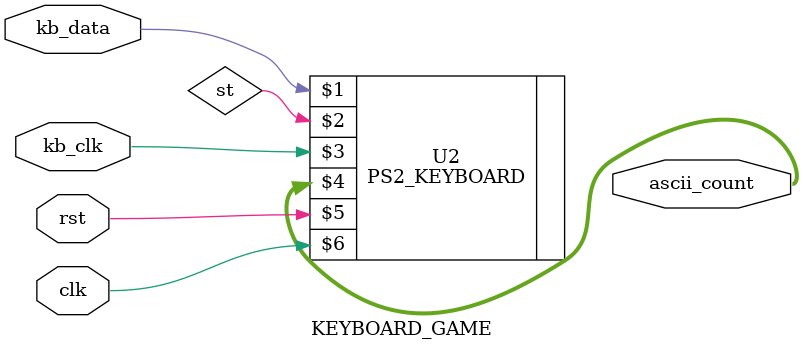
<source format=v>
module KEYBOARD_GAME(clk,rst,kb_clk,kb_data,ascii_count);
input clk, rst,kb_clk,kb_data;
//output txd,Txready;
output [7:0] ascii_count;
wire st,rst_st;
//TRANSMITTER(Sin,clk,rst,st,Tx,TxReady,rst_st);
//TRANSMITTER u1(ascii_count,clk,rst,st,txd,Txready,rst_st);

PS2_KEYBOARD U2(kb_data,st,kb_clk,ascii_count,rst,clk);
//PS2_KEYBOARD(kb_data,st,kb_clk,led_out,rst,clk);
endmodule

</source>
